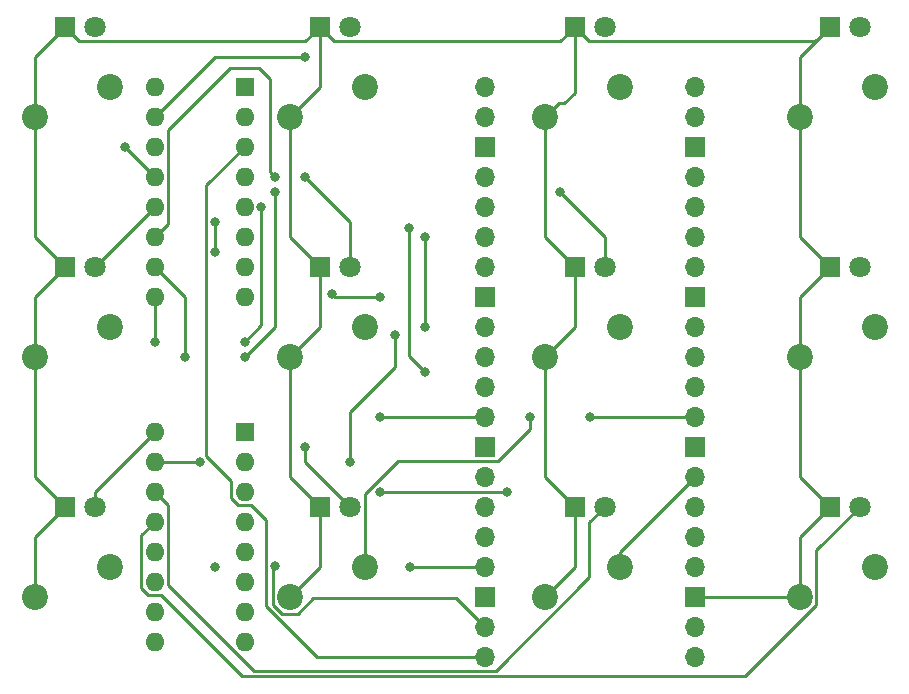
<source format=gbr>
%TF.GenerationSoftware,KiCad,Pcbnew,(5.1.9)-1*%
%TF.CreationDate,2021-02-21T16:58:34+00:00*%
%TF.ProjectId,PicoProducer,5069636f-5072-46f6-9475-6365722e6b69,rev?*%
%TF.SameCoordinates,Original*%
%TF.FileFunction,Copper,L1,Top*%
%TF.FilePolarity,Positive*%
%FSLAX46Y46*%
G04 Gerber Fmt 4.6, Leading zero omitted, Abs format (unit mm)*
G04 Created by KiCad (PCBNEW (5.1.9)-1) date 2021-02-21 16:58:34*
%MOMM*%
%LPD*%
G01*
G04 APERTURE LIST*
%TA.AperFunction,ComponentPad*%
%ADD10C,1.800000*%
%TD*%
%TA.AperFunction,ComponentPad*%
%ADD11R,1.800000X1.800000*%
%TD*%
%TA.AperFunction,ComponentPad*%
%ADD12O,1.600000X1.600000*%
%TD*%
%TA.AperFunction,ComponentPad*%
%ADD13R,1.600000X1.600000*%
%TD*%
%TA.AperFunction,ComponentPad*%
%ADD14C,2.200000*%
%TD*%
%TA.AperFunction,ComponentPad*%
%ADD15O,1.700000X1.700000*%
%TD*%
%TA.AperFunction,ComponentPad*%
%ADD16R,1.700000X1.700000*%
%TD*%
%TA.AperFunction,ViaPad*%
%ADD17C,0.800000*%
%TD*%
%TA.AperFunction,Conductor*%
%ADD18C,0.250000*%
%TD*%
G04 APERTURE END LIST*
D10*
%TO.P,D1,2*%
%TO.N,Net-(D1-Pad2)*%
X33020000Y-25400000D03*
D11*
%TO.P,D1,1*%
%TO.N,GND*%
X30480000Y-25400000D03*
%TD*%
D10*
%TO.P,D2,2*%
%TO.N,Net-(D2-Pad2)*%
X54610000Y-25400000D03*
D11*
%TO.P,D2,1*%
%TO.N,GND*%
X52070000Y-25400000D03*
%TD*%
D10*
%TO.P,D3,2*%
%TO.N,Net-(D3-Pad2)*%
X76200000Y-25400000D03*
D11*
%TO.P,D3,1*%
%TO.N,GND*%
X73660000Y-25400000D03*
%TD*%
D10*
%TO.P,D4,2*%
%TO.N,Net-(D4-Pad2)*%
X97790000Y-25400000D03*
D11*
%TO.P,D4,1*%
%TO.N,GND*%
X95250000Y-25400000D03*
%TD*%
D10*
%TO.P,D5,2*%
%TO.N,Net-(D5-Pad2)*%
X33020000Y-45720000D03*
D11*
%TO.P,D5,1*%
%TO.N,GND*%
X30480000Y-45720000D03*
%TD*%
D10*
%TO.P,D6,2*%
%TO.N,Net-(D6-Pad2)*%
X54610000Y-45720000D03*
D11*
%TO.P,D6,1*%
%TO.N,GND*%
X52070000Y-45720000D03*
%TD*%
D10*
%TO.P,D7,2*%
%TO.N,Net-(D7-Pad2)*%
X76200000Y-45720000D03*
D11*
%TO.P,D7,1*%
%TO.N,GND*%
X73660000Y-45720000D03*
%TD*%
D10*
%TO.P,D8,2*%
%TO.N,Net-(D8-Pad2)*%
X97790000Y-45720000D03*
D11*
%TO.P,D8,1*%
%TO.N,GND*%
X95250000Y-45720000D03*
%TD*%
%TO.P,D9,1*%
%TO.N,GND*%
X30480000Y-66040000D03*
D10*
%TO.P,D9,2*%
%TO.N,Net-(D9-Pad2)*%
X33020000Y-66040000D03*
%TD*%
D11*
%TO.P,D10,1*%
%TO.N,GND*%
X52070000Y-66040000D03*
D10*
%TO.P,D10,2*%
%TO.N,Net-(D10-Pad2)*%
X54610000Y-66040000D03*
%TD*%
D11*
%TO.P,D11,1*%
%TO.N,GND*%
X73660000Y-66040000D03*
D10*
%TO.P,D11,2*%
%TO.N,Net-(D11-Pad2)*%
X76200000Y-66040000D03*
%TD*%
D11*
%TO.P,D12,1*%
%TO.N,GND*%
X95250000Y-66040000D03*
D10*
%TO.P,D12,2*%
%TO.N,Net-(D12-Pad2)*%
X97790000Y-66040000D03*
%TD*%
D12*
%TO.P,RN1,16*%
%TO.N,Net-(D1-Pad2)*%
X38100000Y-30480000D03*
%TO.P,RN1,8*%
%TO.N,Net-(RN1-Pad8)*%
X45720000Y-48260000D03*
%TO.P,RN1,15*%
%TO.N,Net-(D2-Pad2)*%
X38100000Y-33020000D03*
%TO.P,RN1,7*%
%TO.N,Net-(RN1-Pad7)*%
X45720000Y-45720000D03*
%TO.P,RN1,14*%
%TO.N,Net-(D3-Pad2)*%
X38100000Y-35560000D03*
%TO.P,RN1,6*%
%TO.N,Net-(RN1-Pad6)*%
X45720000Y-43180000D03*
%TO.P,RN1,13*%
%TO.N,Net-(D4-Pad2)*%
X38100000Y-38100000D03*
%TO.P,RN1,5*%
%TO.N,Net-(RN1-Pad5)*%
X45720000Y-40640000D03*
%TO.P,RN1,12*%
%TO.N,Net-(D5-Pad2)*%
X38100000Y-40640000D03*
%TO.P,RN1,4*%
%TO.N,Net-(RN1-Pad4)*%
X45720000Y-38100000D03*
%TO.P,RN1,11*%
%TO.N,Net-(D6-Pad2)*%
X38100000Y-43180000D03*
%TO.P,RN1,3*%
%TO.N,Net-(RN1-Pad3)*%
X45720000Y-35560000D03*
%TO.P,RN1,10*%
%TO.N,Net-(D7-Pad2)*%
X38100000Y-45720000D03*
%TO.P,RN1,2*%
%TO.N,Net-(RN1-Pad2)*%
X45720000Y-33020000D03*
%TO.P,RN1,9*%
%TO.N,Net-(D8-Pad2)*%
X38100000Y-48260000D03*
D13*
%TO.P,RN1,1*%
%TO.N,Net-(RN1-Pad1)*%
X45720000Y-30480000D03*
%TD*%
D12*
%TO.P,RN2,16*%
%TO.N,Net-(D9-Pad2)*%
X38100000Y-59690000D03*
%TO.P,RN2,8*%
%TO.N,Net-(RN2-Pad8)*%
X45720000Y-77470000D03*
%TO.P,RN2,15*%
%TO.N,Net-(D10-Pad2)*%
X38100000Y-62230000D03*
%TO.P,RN2,7*%
%TO.N,Net-(RN2-Pad7)*%
X45720000Y-74930000D03*
%TO.P,RN2,14*%
%TO.N,Net-(D11-Pad2)*%
X38100000Y-64770000D03*
%TO.P,RN2,6*%
%TO.N,Net-(RN2-Pad6)*%
X45720000Y-72390000D03*
%TO.P,RN2,13*%
%TO.N,Net-(D12-Pad2)*%
X38100000Y-67310000D03*
%TO.P,RN2,5*%
%TO.N,Net-(RN2-Pad5)*%
X45720000Y-69850000D03*
%TO.P,RN2,12*%
%TO.N,Net-(RN2-Pad12)*%
X38100000Y-69850000D03*
%TO.P,RN2,4*%
%TO.N,Net-(RN2-Pad4)*%
X45720000Y-67310000D03*
%TO.P,RN2,11*%
%TO.N,Net-(RN2-Pad11)*%
X38100000Y-72390000D03*
%TO.P,RN2,3*%
%TO.N,Net-(RN2-Pad3)*%
X45720000Y-64770000D03*
%TO.P,RN2,10*%
%TO.N,Net-(RN2-Pad10)*%
X38100000Y-74930000D03*
%TO.P,RN2,2*%
%TO.N,Net-(RN2-Pad2)*%
X45720000Y-62230000D03*
%TO.P,RN2,9*%
%TO.N,Net-(RN2-Pad9)*%
X38100000Y-77470000D03*
D13*
%TO.P,RN2,1*%
%TO.N,Net-(RN2-Pad1)*%
X45720000Y-59690000D03*
%TD*%
D14*
%TO.P,SW1,2*%
%TO.N,GND*%
X27940000Y-33020000D03*
%TO.P,SW1,1*%
%TO.N,Net-(SW1-Pad1)*%
X34290000Y-30480000D03*
%TD*%
%TO.P,SW2,2*%
%TO.N,GND*%
X49530000Y-33020000D03*
%TO.P,SW2,1*%
%TO.N,Net-(SW2-Pad1)*%
X55880000Y-30480000D03*
%TD*%
%TO.P,SW3,2*%
%TO.N,GND*%
X71120000Y-33020000D03*
%TO.P,SW3,1*%
%TO.N,Net-(SW3-Pad1)*%
X77470000Y-30480000D03*
%TD*%
%TO.P,SW4,2*%
%TO.N,GND*%
X92710000Y-33020000D03*
%TO.P,SW4,1*%
%TO.N,Net-(SW4-Pad1)*%
X99060000Y-30480000D03*
%TD*%
%TO.P,SW5,2*%
%TO.N,GND*%
X27940000Y-53340000D03*
%TO.P,SW5,1*%
%TO.N,Net-(SW5-Pad1)*%
X34290000Y-50800000D03*
%TD*%
%TO.P,SW6,2*%
%TO.N,GND*%
X49530000Y-53340000D03*
%TO.P,SW6,1*%
%TO.N,Net-(SW6-Pad1)*%
X55880000Y-50800000D03*
%TD*%
%TO.P,SW7,1*%
%TO.N,Net-(SW7-Pad1)*%
X77470000Y-50800000D03*
%TO.P,SW7,2*%
%TO.N,GND*%
X71120000Y-53340000D03*
%TD*%
%TO.P,SW8,2*%
%TO.N,GND*%
X92710000Y-53340000D03*
%TO.P,SW8,1*%
%TO.N,Net-(SW8-Pad1)*%
X99060000Y-50800000D03*
%TD*%
%TO.P,SW9,1*%
%TO.N,Net-(SW9-Pad1)*%
X34290000Y-71120000D03*
%TO.P,SW9,2*%
%TO.N,GND*%
X27940000Y-73660000D03*
%TD*%
%TO.P,SW10,1*%
%TO.N,Net-(SW10-Pad1)*%
X55880000Y-71120000D03*
%TO.P,SW10,2*%
%TO.N,GND*%
X49530000Y-73660000D03*
%TD*%
%TO.P,SW11,2*%
%TO.N,GND*%
X71120000Y-73660000D03*
%TO.P,SW11,1*%
%TO.N,Net-(SW11-Pad1)*%
X77470000Y-71120000D03*
%TD*%
%TO.P,SW12,1*%
%TO.N,Net-(SW12-Pad1)*%
X99060000Y-71120000D03*
%TO.P,SW12,2*%
%TO.N,GND*%
X92710000Y-73660000D03*
%TD*%
D15*
%TO.P,U$1,40*%
%TO.N,Net-(U$1-Pad40)*%
X66040000Y-30480000D03*
%TO.P,U$1,39*%
%TO.N,Net-(U$1-Pad39)*%
X66040000Y-33020000D03*
D16*
%TO.P,U$1,38*%
%TO.N,Net-(U$1-Pad38)*%
X66040000Y-35560000D03*
D15*
%TO.P,U$1,37*%
%TO.N,Net-(U$1-Pad37)*%
X66040000Y-38100000D03*
%TO.P,U$1,36*%
%TO.N,Net-(U$1-Pad36)*%
X66040000Y-40640000D03*
%TO.P,U$1,35*%
%TO.N,Net-(U$1-Pad35)*%
X66040000Y-43180000D03*
%TO.P,U$1,34*%
%TO.N,Net-(RN2-Pad4)*%
X66040000Y-45720000D03*
D16*
%TO.P,U$1,33*%
%TO.N,Net-(U$1-Pad33)*%
X66040000Y-48260000D03*
D15*
%TO.P,U$1,32*%
%TO.N,Net-(RN2-Pad3)*%
X66040000Y-50800000D03*
%TO.P,U$1,31*%
%TO.N,Net-(RN2-Pad2)*%
X66040000Y-53340000D03*
%TO.P,U$1,30*%
%TO.N,Net-(U$1-Pad30)*%
X66040000Y-55880000D03*
%TO.P,U$1,29*%
%TO.N,Net-(RN2-Pad1)*%
X66040000Y-58420000D03*
D16*
%TO.P,U$1,28*%
%TO.N,Net-(U$1-Pad28)*%
X66040000Y-60960000D03*
D15*
%TO.P,U$1,27*%
%TO.N,Net-(RN1-Pad8)*%
X66040000Y-63500000D03*
%TO.P,U$1,26*%
%TO.N,Net-(RN1-Pad7)*%
X66040000Y-66040000D03*
%TO.P,U$1,25*%
%TO.N,Net-(RN1-Pad6)*%
X66040000Y-68580000D03*
%TO.P,U$1,24*%
%TO.N,Net-(RN1-Pad5)*%
X66040000Y-71120000D03*
D16*
%TO.P,U$1,23*%
%TO.N,Net-(U$1-Pad23)*%
X66040000Y-73660000D03*
D15*
%TO.P,U$1,22*%
%TO.N,Net-(RN1-Pad4)*%
X66040000Y-76200000D03*
%TO.P,U$1,21*%
%TO.N,Net-(RN1-Pad3)*%
X66040000Y-78740000D03*
%TO.P,U$1,20*%
%TO.N,Net-(U$1-Pad20)*%
X83820000Y-78740000D03*
%TO.P,U$1,19*%
%TO.N,Net-(RN1-Pad2)*%
X83820000Y-76200000D03*
D16*
%TO.P,U$1,18*%
%TO.N,GND*%
X83820000Y-73660000D03*
D15*
%TO.P,U$1,17*%
%TO.N,Net-(RN1-Pad1)*%
X83820000Y-71120000D03*
%TO.P,U$1,16*%
%TO.N,Net-(U$1-Pad16)*%
X83820000Y-68580000D03*
%TO.P,U$1,15*%
%TO.N,Net-(SW12-Pad1)*%
X83820000Y-66040000D03*
%TO.P,U$1,14*%
%TO.N,Net-(SW11-Pad1)*%
X83820000Y-63500000D03*
D16*
%TO.P,U$1,13*%
%TO.N,Net-(U$1-Pad13)*%
X83820000Y-60960000D03*
D15*
%TO.P,U$1,12*%
%TO.N,Net-(SW10-Pad1)*%
X83820000Y-58420000D03*
%TO.P,U$1,11*%
%TO.N,Net-(SW9-Pad1)*%
X83820000Y-55880000D03*
%TO.P,U$1,10*%
%TO.N,Net-(SW8-Pad1)*%
X83820000Y-53340000D03*
%TO.P,U$1,9*%
%TO.N,Net-(SW7-Pad1)*%
X83820000Y-50800000D03*
D16*
%TO.P,U$1,8*%
%TO.N,Net-(U$1-Pad8)*%
X83820000Y-48260000D03*
D15*
%TO.P,U$1,7*%
%TO.N,Net-(SW6-Pad1)*%
X83820000Y-45720000D03*
%TO.P,U$1,6*%
%TO.N,Net-(SW5-Pad1)*%
X83820000Y-43180000D03*
%TO.P,U$1,5*%
%TO.N,Net-(SW4-Pad1)*%
X83820000Y-40640000D03*
%TO.P,U$1,4*%
%TO.N,Net-(SW3-Pad1)*%
X83820000Y-38100000D03*
D16*
%TO.P,U$1,3*%
%TO.N,Net-(U$1-Pad3)*%
X83820000Y-35560000D03*
D15*
%TO.P,U$1,2*%
%TO.N,Net-(SW2-Pad1)*%
X83820000Y-33020000D03*
%TO.P,U$1,1*%
%TO.N,Net-(SW1-Pad1)*%
X83820000Y-30480000D03*
%TD*%
D17*
%TO.N,Net-(D2-Pad2)*%
X50800000Y-27940000D03*
%TO.N,Net-(D4-Pad2)*%
X35560000Y-35560000D03*
%TO.N,Net-(D6-Pad2)*%
X50800000Y-38100000D03*
X48260000Y-38100000D03*
%TO.N,Net-(D7-Pad2)*%
X72390000Y-39370000D03*
X48260000Y-39370000D03*
X45720000Y-53340000D03*
X40640000Y-53340000D03*
%TO.N,Net-(D8-Pad2)*%
X47120003Y-40640000D03*
X45720000Y-52070000D03*
X38100000Y-52070000D03*
%TO.N,Net-(D10-Pad2)*%
X50800000Y-60960000D03*
X41910000Y-62230000D03*
%TO.N,Net-(RN1-Pad8)*%
X57150000Y-48260000D03*
X53098848Y-48018848D03*
%TO.N,Net-(RN1-Pad7)*%
X60960000Y-54610000D03*
X59645828Y-42455000D03*
%TO.N,Net-(RN1-Pad6)*%
X60960000Y-50800000D03*
X60960000Y-43180000D03*
%TO.N,Net-(RN1-Pad5)*%
X59690000Y-71120000D03*
%TO.N,Net-(RN1-Pad4)*%
X48260000Y-71079001D03*
X43180000Y-71120000D03*
X43180000Y-44450000D03*
X43180000Y-41910000D03*
%TO.N,Net-(RN2-Pad3)*%
X67940001Y-64769935D03*
X57150000Y-64770000D03*
%TO.N,Net-(RN2-Pad2)*%
X58420000Y-51500001D03*
X54610000Y-62230000D03*
%TO.N,Net-(RN2-Pad1)*%
X57150000Y-58420000D03*
%TO.N,Net-(SW10-Pad1)*%
X69850000Y-58420000D03*
X74930000Y-58480003D03*
%TD*%
D18*
%TO.N,GND*%
X27940000Y-27940000D02*
X30480000Y-25400000D01*
X27940000Y-33020000D02*
X27940000Y-27940000D01*
X27940000Y-68580000D02*
X30480000Y-66040000D01*
X27940000Y-73660000D02*
X27940000Y-68580000D01*
X27940000Y-63500000D02*
X30480000Y-66040000D01*
X27940000Y-53340000D02*
X27940000Y-63500000D01*
X27940000Y-48260000D02*
X30480000Y-45720000D01*
X27940000Y-53340000D02*
X27940000Y-48260000D01*
X27940000Y-43180000D02*
X27940000Y-33020000D01*
X30480000Y-45720000D02*
X27940000Y-43180000D01*
X50844999Y-26625001D02*
X52070000Y-25400000D01*
X31705001Y-26625001D02*
X50844999Y-26625001D01*
X30480000Y-25400000D02*
X31705001Y-26625001D01*
X72434999Y-26625001D02*
X73660000Y-25400000D01*
X53295001Y-26625001D02*
X72434999Y-26625001D01*
X52070000Y-25400000D02*
X53295001Y-26625001D01*
X94024999Y-26625001D02*
X95250000Y-25400000D01*
X74885001Y-26625001D02*
X94024999Y-26625001D01*
X73660000Y-25400000D02*
X74885001Y-26625001D01*
X52070000Y-30480000D02*
X49530000Y-33020000D01*
X52070000Y-25400000D02*
X52070000Y-30480000D01*
X49530000Y-43180000D02*
X52070000Y-45720000D01*
X49530000Y-33020000D02*
X49530000Y-43180000D01*
X52070000Y-50800000D02*
X49530000Y-53340000D01*
X52070000Y-45720000D02*
X52070000Y-50800000D01*
X49530000Y-63500000D02*
X52070000Y-66040000D01*
X49530000Y-53340000D02*
X49530000Y-63500000D01*
X52070000Y-71120000D02*
X49530000Y-73660000D01*
X52070000Y-66040000D02*
X52070000Y-71120000D01*
X72304999Y-31835001D02*
X71120000Y-33020000D01*
X72793001Y-31835001D02*
X72304999Y-31835001D01*
X73660000Y-30968002D02*
X72793001Y-31835001D01*
X73660000Y-25400000D02*
X73660000Y-30968002D01*
X71120000Y-43180000D02*
X73660000Y-45720000D01*
X71120000Y-33020000D02*
X71120000Y-43180000D01*
X71120000Y-63500000D02*
X73660000Y-66040000D01*
X71120000Y-53340000D02*
X71120000Y-63500000D01*
X92710000Y-68580000D02*
X95250000Y-66040000D01*
X92710000Y-73660000D02*
X92710000Y-68580000D01*
X92710000Y-63500000D02*
X92710000Y-53340000D01*
X95250000Y-66040000D02*
X92710000Y-63500000D01*
X92710000Y-48260000D02*
X95250000Y-45720000D01*
X92710000Y-53340000D02*
X92710000Y-48260000D01*
X92710000Y-43180000D02*
X92710000Y-33020000D01*
X95250000Y-45720000D02*
X92710000Y-43180000D01*
X92710000Y-27940000D02*
X95250000Y-25400000D01*
X92710000Y-33020000D02*
X92710000Y-27940000D01*
X92710000Y-73660000D02*
X83820000Y-73660000D01*
X73660000Y-71120000D02*
X71120000Y-73660000D01*
X73660000Y-66040000D02*
X73660000Y-71120000D01*
X73660000Y-50800000D02*
X71120000Y-53340000D01*
X73660000Y-45720000D02*
X73660000Y-50800000D01*
%TO.N,Net-(D2-Pad2)*%
X43180000Y-27940000D02*
X38100000Y-33020000D01*
X50800000Y-27940000D02*
X43180000Y-27940000D01*
%TO.N,Net-(D4-Pad2)*%
X35560000Y-35560000D02*
X38100000Y-38100000D01*
%TO.N,Net-(D5-Pad2)*%
X33020000Y-45720000D02*
X38100000Y-40640000D01*
%TO.N,Net-(D6-Pad2)*%
X54610000Y-41910000D02*
X50800000Y-38100000D01*
X54610000Y-45720000D02*
X54610000Y-41910000D01*
X39225001Y-42054999D02*
X38100000Y-43180000D01*
X39225001Y-34153587D02*
X39225001Y-42054999D01*
X44473599Y-28904989D02*
X39225001Y-34153587D01*
X46966401Y-28904989D02*
X44473599Y-28904989D01*
X47860001Y-29798589D02*
X46966401Y-28904989D01*
X47860001Y-37700001D02*
X47860001Y-29798589D01*
X48260000Y-38100000D02*
X47860001Y-37700001D01*
%TO.N,Net-(D7-Pad2)*%
X76200000Y-43180000D02*
X72390000Y-39370000D01*
X76200000Y-45720000D02*
X76200000Y-43180000D01*
X48260000Y-50800000D02*
X45720000Y-53340000D01*
X48260000Y-39370000D02*
X48260000Y-50800000D01*
X40640000Y-48260000D02*
X38100000Y-45720000D01*
X40640000Y-53340000D02*
X40640000Y-48260000D01*
%TO.N,Net-(D8-Pad2)*%
X47120003Y-50669997D02*
X45720000Y-52070000D01*
X47120003Y-40640000D02*
X47120003Y-50669997D01*
X38100000Y-52070000D02*
X38100000Y-48260000D01*
%TO.N,Net-(D9-Pad2)*%
X33020000Y-64770000D02*
X38100000Y-59690000D01*
X33020000Y-66040000D02*
X33020000Y-64770000D01*
%TO.N,Net-(D10-Pad2)*%
X50800000Y-62230000D02*
X50800000Y-60960000D01*
X54610000Y-66040000D02*
X50800000Y-62230000D01*
X41910000Y-62230000D02*
X38100000Y-62230000D01*
%TO.N,Net-(D11-Pad2)*%
X39225001Y-72640003D02*
X39225001Y-65895001D01*
X46499999Y-79915001D02*
X39225001Y-72640003D01*
X66974001Y-79915001D02*
X46499999Y-79915001D01*
X39225001Y-65895001D02*
X38100000Y-64770000D01*
X74885001Y-72004001D02*
X66974001Y-79915001D01*
X74885001Y-67354999D02*
X74885001Y-72004001D01*
X76200000Y-66040000D02*
X74885001Y-67354999D01*
%TO.N,Net-(RN1-Pad8)*%
X53340000Y-48260000D02*
X53098848Y-48018848D01*
X57150000Y-48260000D02*
X53340000Y-48260000D01*
%TO.N,Net-(RN1-Pad7)*%
X59645828Y-53295828D02*
X59645828Y-42455000D01*
X60960000Y-54610000D02*
X59645828Y-53295828D01*
%TO.N,Net-(RN1-Pad6)*%
X60960000Y-50800000D02*
X60960000Y-43180000D01*
%TO.N,Net-(RN1-Pad5)*%
X59690000Y-71120000D02*
X66040000Y-71120000D01*
%TO.N,Net-(RN1-Pad4)*%
X48104999Y-71234002D02*
X48260000Y-71079001D01*
X48104999Y-74344001D02*
X48104999Y-71234002D01*
X48845999Y-75085001D02*
X48104999Y-74344001D01*
X50214001Y-75085001D02*
X48845999Y-75085001D01*
X51525000Y-73774002D02*
X50214001Y-75085001D01*
X63614002Y-73774002D02*
X51525000Y-73774002D01*
X66040000Y-76200000D02*
X63614002Y-73774002D01*
X43180000Y-44450000D02*
X43180000Y-41910000D01*
%TO.N,Net-(RN1-Pad3)*%
X51864588Y-78740000D02*
X66040000Y-78740000D01*
X47534999Y-74410411D02*
X51864588Y-78740000D01*
X47534999Y-67169999D02*
X47534999Y-74410411D01*
X46260001Y-65895001D02*
X47534999Y-67169999D01*
X45179999Y-65895001D02*
X46260001Y-65895001D01*
X44594999Y-63841997D02*
X44594999Y-65310001D01*
X42454999Y-61701997D02*
X44594999Y-63841997D01*
X44594999Y-65310001D02*
X45179999Y-65895001D01*
X42454999Y-38825001D02*
X42454999Y-61701997D01*
X45720000Y-35560000D02*
X42454999Y-38825001D01*
%TO.N,Net-(RN2-Pad3)*%
X57150065Y-64769935D02*
X57150000Y-64770000D01*
X67940001Y-64769935D02*
X57150065Y-64769935D01*
%TO.N,Net-(RN2-Pad2)*%
X58420000Y-54241002D02*
X54610000Y-58051002D01*
X54610000Y-58051002D02*
X54610000Y-62230000D01*
X58420000Y-51500001D02*
X58420000Y-54241002D01*
%TO.N,Net-(RN2-Pad1)*%
X66040000Y-58420000D02*
X57150000Y-58420000D01*
%TO.N,Net-(SW10-Pad1)*%
X69850000Y-59435002D02*
X69850000Y-58420000D01*
X67150001Y-62135001D02*
X69850000Y-59435002D01*
X58711997Y-62135001D02*
X67150001Y-62135001D01*
X55880000Y-64966998D02*
X58711997Y-62135001D01*
X55880000Y-71120000D02*
X55880000Y-64966998D01*
X83759997Y-58480003D02*
X83820000Y-58420000D01*
X74930000Y-58480003D02*
X83759997Y-58480003D01*
%TO.N,Net-(SW11-Pad1)*%
X77470000Y-69850000D02*
X83820000Y-63500000D01*
X77470000Y-71120000D02*
X77470000Y-69850000D01*
%TO.N,Net-(D12-Pad2)*%
X36974999Y-68435001D02*
X38100000Y-67310000D01*
X36974999Y-72930001D02*
X36974999Y-68435001D01*
X37559999Y-73515001D02*
X36974999Y-72930001D01*
X38640001Y-73515001D02*
X37559999Y-73515001D01*
X45490010Y-80365010D02*
X38640001Y-73515001D01*
X88113992Y-80365010D02*
X45490010Y-80365010D01*
X94135001Y-74344001D02*
X88113992Y-80365010D01*
X94135001Y-69694999D02*
X94135001Y-74344001D01*
X97790000Y-66040000D02*
X94135001Y-69694999D01*
%TD*%
M02*

</source>
